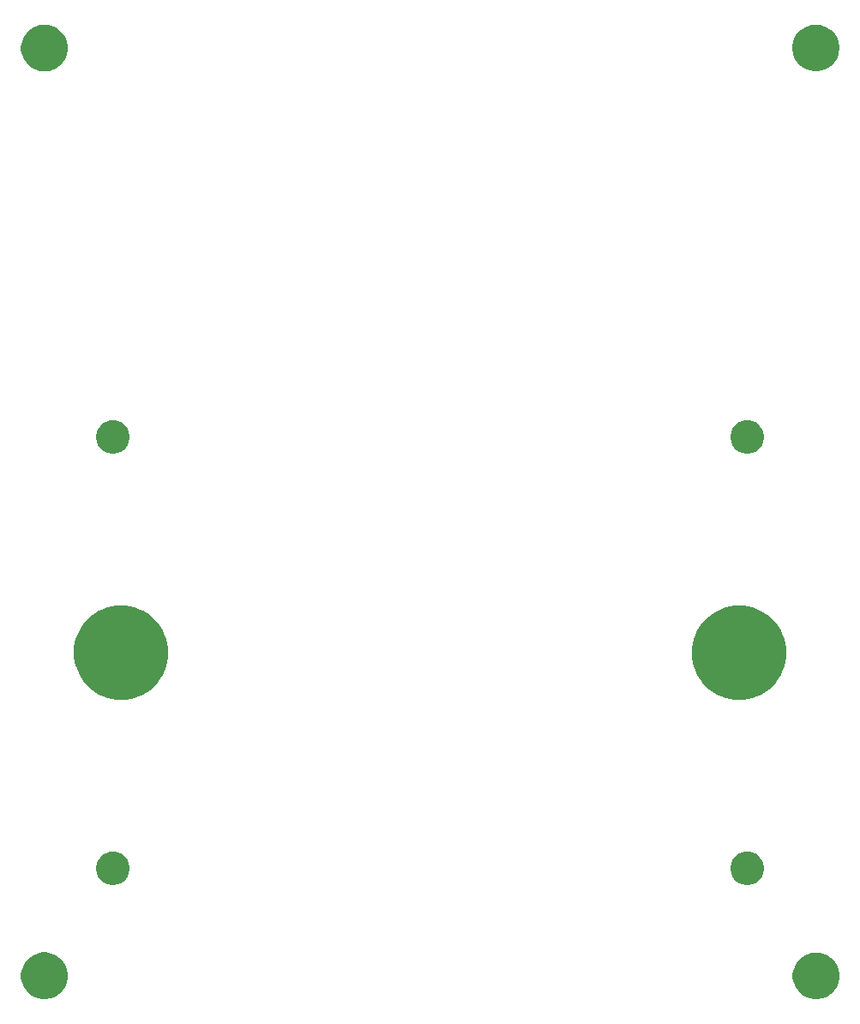
<source format=gbr>
G04 #@! TF.GenerationSoftware,KiCad,Pcbnew,(5.1.2)-2*
G04 #@! TF.CreationDate,2021-08-28T01:10:26-04:00*
G04 #@! TF.ProjectId,MAG_Plus,4d41475f-506c-4757-932e-6b696361645f,rev?*
G04 #@! TF.SameCoordinates,Original*
G04 #@! TF.FileFunction,Soldermask,Bot*
G04 #@! TF.FilePolarity,Negative*
%FSLAX46Y46*%
G04 Gerber Fmt 4.6, Leading zero omitted, Abs format (unit mm)*
G04 Created by KiCad (PCBNEW (5.1.2)-2) date 2021-08-28 01:10:26*
%MOMM*%
%LPD*%
G04 APERTURE LIST*
%ADD10C,0.100000*%
G04 APERTURE END LIST*
D10*
G36*
X201478903Y-341033213D02*
G01*
X201701177Y-341077426D01*
X202119932Y-341250880D01*
X202496802Y-341502696D01*
X202817304Y-341823198D01*
X203069120Y-342200068D01*
X203242574Y-342618823D01*
X203331000Y-343063371D01*
X203331000Y-343516629D01*
X203242574Y-343961177D01*
X203069120Y-344379932D01*
X202817304Y-344756802D01*
X202496802Y-345077304D01*
X202119932Y-345329120D01*
X201701177Y-345502574D01*
X201478903Y-345546787D01*
X201256630Y-345591000D01*
X200803370Y-345591000D01*
X200581097Y-345546787D01*
X200358823Y-345502574D01*
X199940068Y-345329120D01*
X199563198Y-345077304D01*
X199242696Y-344756802D01*
X198990880Y-344379932D01*
X198817426Y-343961177D01*
X198729000Y-343516629D01*
X198729000Y-343063371D01*
X198817426Y-342618823D01*
X198990880Y-342200068D01*
X199242696Y-341823198D01*
X199563198Y-341502696D01*
X199940068Y-341250880D01*
X200358823Y-341077426D01*
X200581097Y-341033213D01*
X200803370Y-340989000D01*
X201256630Y-340989000D01*
X201478903Y-341033213D01*
X201478903Y-341033213D01*
G37*
G36*
X125278903Y-341023213D02*
G01*
X125501177Y-341067426D01*
X125919932Y-341240880D01*
X126296802Y-341492696D01*
X126617304Y-341813198D01*
X126869120Y-342190068D01*
X127042574Y-342608823D01*
X127131000Y-343053371D01*
X127131000Y-343506629D01*
X127042574Y-343951177D01*
X126869120Y-344369932D01*
X126617304Y-344746802D01*
X126296802Y-345067304D01*
X125919932Y-345319120D01*
X125501177Y-345492574D01*
X125278903Y-345536787D01*
X125056630Y-345581000D01*
X124603370Y-345581000D01*
X124381097Y-345536787D01*
X124158823Y-345492574D01*
X123740068Y-345319120D01*
X123363198Y-345067304D01*
X123042696Y-344746802D01*
X122790880Y-344369932D01*
X122617426Y-343951177D01*
X122529000Y-343506629D01*
X122529000Y-343053371D01*
X122617426Y-342608823D01*
X122790880Y-342190068D01*
X123042696Y-341813198D01*
X123363198Y-341492696D01*
X123740068Y-341240880D01*
X124158823Y-341067426D01*
X124381097Y-341023213D01*
X124603370Y-340979000D01*
X125056630Y-340979000D01*
X125278903Y-341023213D01*
X125278903Y-341023213D01*
G37*
G36*
X194605256Y-331071298D02*
G01*
X194711579Y-331092447D01*
X195012042Y-331216903D01*
X195282451Y-331397585D01*
X195512415Y-331627549D01*
X195693097Y-331897958D01*
X195817553Y-332198421D01*
X195881000Y-332517391D01*
X195881000Y-332842609D01*
X195817553Y-333161579D01*
X195693097Y-333462042D01*
X195512415Y-333732451D01*
X195282451Y-333962415D01*
X195012042Y-334143097D01*
X194711579Y-334267553D01*
X194605256Y-334288702D01*
X194392611Y-334331000D01*
X194067389Y-334331000D01*
X193854744Y-334288702D01*
X193748421Y-334267553D01*
X193447958Y-334143097D01*
X193177549Y-333962415D01*
X192947585Y-333732451D01*
X192766903Y-333462042D01*
X192642447Y-333161579D01*
X192579000Y-332842609D01*
X192579000Y-332517391D01*
X192642447Y-332198421D01*
X192766903Y-331897958D01*
X192947585Y-331627549D01*
X193177549Y-331397585D01*
X193447958Y-331216903D01*
X193748421Y-331092447D01*
X193854744Y-331071298D01*
X194067389Y-331029000D01*
X194392611Y-331029000D01*
X194605256Y-331071298D01*
X194605256Y-331071298D01*
G37*
G36*
X131985256Y-331071298D02*
G01*
X132091579Y-331092447D01*
X132392042Y-331216903D01*
X132662451Y-331397585D01*
X132892415Y-331627549D01*
X133073097Y-331897958D01*
X133197553Y-332198421D01*
X133261000Y-332517391D01*
X133261000Y-332842609D01*
X133197553Y-333161579D01*
X133073097Y-333462042D01*
X132892415Y-333732451D01*
X132662451Y-333962415D01*
X132392042Y-334143097D01*
X132091579Y-334267553D01*
X131985256Y-334288702D01*
X131772611Y-334331000D01*
X131447389Y-334331000D01*
X131234744Y-334288702D01*
X131128421Y-334267553D01*
X130827958Y-334143097D01*
X130557549Y-333962415D01*
X130327585Y-333732451D01*
X130146903Y-333462042D01*
X130022447Y-333161579D01*
X129959000Y-332842609D01*
X129959000Y-332517391D01*
X130022447Y-332198421D01*
X130146903Y-331897958D01*
X130327585Y-331627549D01*
X130557549Y-331397585D01*
X130827958Y-331216903D01*
X131128421Y-331092447D01*
X131234744Y-331071298D01*
X131447389Y-331029000D01*
X131772611Y-331029000D01*
X131985256Y-331071298D01*
X131985256Y-331071298D01*
G37*
G36*
X194796646Y-306937735D02*
G01*
X195147248Y-307082959D01*
X195643075Y-307288337D01*
X196253315Y-307696087D01*
X196359941Y-307767332D01*
X196404840Y-307797333D01*
X197052667Y-308445160D01*
X197561663Y-309206925D01*
X197767040Y-309702751D01*
X197912265Y-310053354D01*
X198091000Y-310951915D01*
X198091000Y-311868085D01*
X197912265Y-312766646D01*
X197767041Y-313117248D01*
X197561663Y-313613075D01*
X197153913Y-314223315D01*
X197072713Y-314344840D01*
X197052667Y-314374840D01*
X196404840Y-315022667D01*
X195643075Y-315531663D01*
X195147249Y-315737040D01*
X194796646Y-315882265D01*
X193898085Y-316061000D01*
X192981915Y-316061000D01*
X192083354Y-315882265D01*
X191732751Y-315737040D01*
X191236925Y-315531663D01*
X190475160Y-315022667D01*
X189827333Y-314374840D01*
X189807288Y-314344840D01*
X189726087Y-314223315D01*
X189318337Y-313613075D01*
X189112959Y-313117248D01*
X188967735Y-312766646D01*
X188789000Y-311868085D01*
X188789000Y-310951915D01*
X188967735Y-310053354D01*
X189112959Y-309702752D01*
X189318337Y-309206925D01*
X189827333Y-308445160D01*
X190475160Y-307797333D01*
X190520060Y-307767332D01*
X190626685Y-307696087D01*
X191236925Y-307288337D01*
X191732752Y-307082959D01*
X192083354Y-306937735D01*
X192981915Y-306759000D01*
X193898085Y-306759000D01*
X194796646Y-306937735D01*
X194796646Y-306937735D01*
G37*
G36*
X133776646Y-306907735D02*
G01*
X134127249Y-307052960D01*
X134623075Y-307258337D01*
X135233315Y-307666087D01*
X135384839Y-307767332D01*
X136032668Y-308415161D01*
X136052713Y-308445161D01*
X136541663Y-309176925D01*
X136747041Y-309672752D01*
X136892265Y-310023354D01*
X137071000Y-310921915D01*
X137071000Y-311838085D01*
X136892265Y-312736646D01*
X136879838Y-312766647D01*
X136541663Y-313583075D01*
X136133913Y-314193315D01*
X136032668Y-314344839D01*
X135384839Y-314992668D01*
X135233315Y-315093913D01*
X134623075Y-315501663D01*
X134127248Y-315707041D01*
X133776646Y-315852265D01*
X132878085Y-316031000D01*
X131961915Y-316031000D01*
X131063354Y-315852265D01*
X130712752Y-315707041D01*
X130216925Y-315501663D01*
X129606685Y-315093913D01*
X129455161Y-314992668D01*
X128807332Y-314344839D01*
X128706087Y-314193315D01*
X128298337Y-313583075D01*
X127960162Y-312766647D01*
X127947735Y-312736646D01*
X127769000Y-311838085D01*
X127769000Y-310921915D01*
X127947735Y-310023354D01*
X128092959Y-309672752D01*
X128298337Y-309176925D01*
X128787287Y-308445161D01*
X128807332Y-308415161D01*
X129455161Y-307767332D01*
X129606685Y-307666087D01*
X130216925Y-307258337D01*
X130712751Y-307052960D01*
X131063354Y-306907735D01*
X131961915Y-306729000D01*
X132878085Y-306729000D01*
X133776646Y-306907735D01*
X133776646Y-306907735D01*
G37*
G36*
X194605256Y-288481298D02*
G01*
X194711579Y-288502447D01*
X195012042Y-288626903D01*
X195282451Y-288807585D01*
X195512415Y-289037549D01*
X195693097Y-289307958D01*
X195817553Y-289608421D01*
X195881000Y-289927391D01*
X195881000Y-290252609D01*
X195817553Y-290571579D01*
X195693097Y-290872042D01*
X195512415Y-291142451D01*
X195282451Y-291372415D01*
X195012042Y-291553097D01*
X194711579Y-291677553D01*
X194605256Y-291698702D01*
X194392611Y-291741000D01*
X194067389Y-291741000D01*
X193854744Y-291698702D01*
X193748421Y-291677553D01*
X193447958Y-291553097D01*
X193177549Y-291372415D01*
X192947585Y-291142451D01*
X192766903Y-290872042D01*
X192642447Y-290571579D01*
X192579000Y-290252609D01*
X192579000Y-289927391D01*
X192642447Y-289608421D01*
X192766903Y-289307958D01*
X192947585Y-289037549D01*
X193177549Y-288807585D01*
X193447958Y-288626903D01*
X193748421Y-288502447D01*
X193854744Y-288481298D01*
X194067389Y-288439000D01*
X194392611Y-288439000D01*
X194605256Y-288481298D01*
X194605256Y-288481298D01*
G37*
G36*
X131985256Y-288481298D02*
G01*
X132091579Y-288502447D01*
X132392042Y-288626903D01*
X132662451Y-288807585D01*
X132892415Y-289037549D01*
X133073097Y-289307958D01*
X133197553Y-289608421D01*
X133261000Y-289927391D01*
X133261000Y-290252609D01*
X133197553Y-290571579D01*
X133073097Y-290872042D01*
X132892415Y-291142451D01*
X132662451Y-291372415D01*
X132392042Y-291553097D01*
X132091579Y-291677553D01*
X131985256Y-291698702D01*
X131772611Y-291741000D01*
X131447389Y-291741000D01*
X131234744Y-291698702D01*
X131128421Y-291677553D01*
X130827958Y-291553097D01*
X130557549Y-291372415D01*
X130327585Y-291142451D01*
X130146903Y-290872042D01*
X130022447Y-290571579D01*
X129959000Y-290252609D01*
X129959000Y-289927391D01*
X130022447Y-289608421D01*
X130146903Y-289307958D01*
X130327585Y-289037549D01*
X130557549Y-288807585D01*
X130827958Y-288626903D01*
X131128421Y-288502447D01*
X131234744Y-288481298D01*
X131447389Y-288439000D01*
X131772611Y-288439000D01*
X131985256Y-288481298D01*
X131985256Y-288481298D01*
G37*
G36*
X125278903Y-249453213D02*
G01*
X125501177Y-249497426D01*
X125919932Y-249670880D01*
X126296802Y-249922696D01*
X126617304Y-250243198D01*
X126869120Y-250620068D01*
X127030148Y-251008824D01*
X127042574Y-251038824D01*
X127125033Y-251453370D01*
X127131000Y-251483371D01*
X127131000Y-251936629D01*
X127042574Y-252381177D01*
X126869120Y-252799932D01*
X126617304Y-253176802D01*
X126296802Y-253497304D01*
X125919932Y-253749120D01*
X125501177Y-253922574D01*
X125278903Y-253966787D01*
X125056630Y-254011000D01*
X124603370Y-254011000D01*
X124381097Y-253966787D01*
X124158823Y-253922574D01*
X123740068Y-253749120D01*
X123363198Y-253497304D01*
X123042696Y-253176802D01*
X122790880Y-252799932D01*
X122617426Y-252381177D01*
X122529000Y-251936629D01*
X122529000Y-251483371D01*
X122534968Y-251453370D01*
X122617426Y-251038824D01*
X122629852Y-251008824D01*
X122790880Y-250620068D01*
X123042696Y-250243198D01*
X123363198Y-249922696D01*
X123740068Y-249670880D01*
X124158823Y-249497426D01*
X124381097Y-249453213D01*
X124603370Y-249409000D01*
X125056630Y-249409000D01*
X125278903Y-249453213D01*
X125278903Y-249453213D01*
G37*
G36*
X201468903Y-249423213D02*
G01*
X201691177Y-249467426D01*
X202109932Y-249640880D01*
X202486802Y-249892696D01*
X202807304Y-250213198D01*
X203059120Y-250590068D01*
X203232574Y-251008823D01*
X203276787Y-251231097D01*
X203321000Y-251453370D01*
X203321000Y-251906630D01*
X203276787Y-252128903D01*
X203232574Y-252351177D01*
X203059120Y-252769932D01*
X202807304Y-253146802D01*
X202486802Y-253467304D01*
X202109932Y-253719120D01*
X201691177Y-253892574D01*
X201468903Y-253936787D01*
X201246630Y-253981000D01*
X200793370Y-253981000D01*
X200571097Y-253936787D01*
X200348823Y-253892574D01*
X199930068Y-253719120D01*
X199553198Y-253467304D01*
X199232696Y-253146802D01*
X198980880Y-252769932D01*
X198807426Y-252351177D01*
X198763213Y-252128903D01*
X198719000Y-251906630D01*
X198719000Y-251453370D01*
X198763213Y-251231097D01*
X198807426Y-251008823D01*
X198980880Y-250590068D01*
X199232696Y-250213198D01*
X199553198Y-249892696D01*
X199930068Y-249640880D01*
X200348823Y-249467426D01*
X200571097Y-249423213D01*
X200793370Y-249379000D01*
X201246630Y-249379000D01*
X201468903Y-249423213D01*
X201468903Y-249423213D01*
G37*
M02*

</source>
